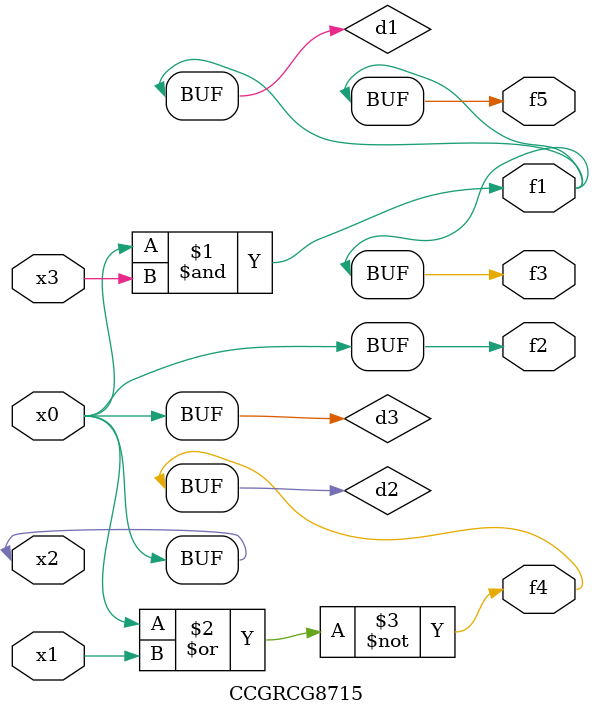
<source format=v>
module CCGRCG8715(
	input x0, x1, x2, x3,
	output f1, f2, f3, f4, f5
);

	wire d1, d2, d3;

	and (d1, x2, x3);
	nor (d2, x0, x1);
	buf (d3, x0, x2);
	assign f1 = d1;
	assign f2 = d3;
	assign f3 = d1;
	assign f4 = d2;
	assign f5 = d1;
endmodule

</source>
